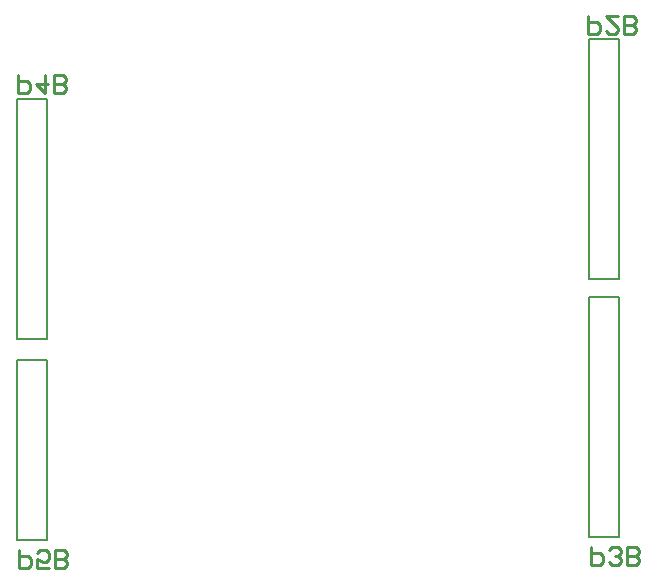
<source format=gbo>
%FSTAX43Y43*%
%MOMM*%
%SFA1B1*%

%IPPOS*%
%ADD14C,0.200000*%
%ADD15C,0.253999*%
%LNpcb3-1*%
%LPD*%
G54D14*
X0134541Y0043353D02*
X0137081D01*
Y0063673*
X0134541D02*
X0137081D01*
X0134541Y0043353D02*
Y0063673D01*
X0086131Y0043137D02*
X0088671D01*
X0086131Y0058377D02*
X0088671D01*
X0086131Y0043137D02*
Y0058377D01*
X0088671Y0043137D02*
Y0058377D01*
X0086131Y0060151D02*
X0088671D01*
Y0080471*
X0086131D02*
X0088671D01*
X0086131Y0060151D02*
Y0080471D01*
X0134541Y0065197D02*
X0137081D01*
Y0085517*
X0134541D02*
X0137081D01*
X0134541Y0065197D02*
Y0085517D01*
G54D15*
X0086296Y0042286D02*
Y0040763D01*
X0087058*
X0087312Y0041017*
Y0041524*
X0087058Y0041778*
X0086296*
X0088835Y0040763D02*
X008782D01*
Y0041524*
X0088327Y004127*
X0088581*
X0088835Y0041524*
Y0042032*
X0088581Y0042286*
X0088074*
X008782Y0042032*
X0089343Y0040763D02*
Y0042286D01*
X0090105*
X0090359Y0042032*
Y0041778*
X0090105Y0041524*
X0089343*
X0090105*
X0090359Y004127*
Y0041017*
X0090105Y0040763*
X0089343*
X0086249Y0082499D02*
Y0080975D01*
X0087011*
X0087265Y0081229*
Y0081737*
X0087011Y0081991*
X0086249*
X0088534Y0082499D02*
Y0080975D01*
X0087773Y0081737*
X0088788*
X0089296Y0080975D02*
Y0082499D01*
X0090058*
X0090312Y0082245*
Y0081991*
X0090058Y0081737*
X0089296*
X0090058*
X0090312Y0081483*
Y0081229*
X0090058Y0080975*
X0089296*
X0134706Y0042502D02*
Y0040979D01*
X0135468*
X0135722Y0041233*
Y004174*
X0135468Y0041994*
X0134706*
X013623Y0041233D02*
X0136484Y0040979D01*
X0136991*
X0137245Y0041233*
Y0041486*
X0136991Y004174*
X0136737*
X0136991*
X0137245Y0041994*
Y0042248*
X0136991Y0042502*
X0136484*
X013623Y0042248*
X0137753Y0040979D02*
Y0042502D01*
X0138515*
X0138769Y0042248*
Y0041994*
X0138515Y004174*
X0137753*
X0138515*
X0138769Y0041486*
Y0041233*
X0138515Y0040979*
X0137753*
X0134499Y0087499D02*
Y0085975D01*
X0135261*
X0135515Y0086229*
Y0086737*
X0135261Y0086991*
X0134499*
X0137038Y0087499D02*
X0136023D01*
X0137038Y0086483*
Y0086229*
X0136784Y0085975*
X0136276*
X0136023Y0086229*
X0137546Y0085975D02*
Y0087499D01*
X0138308*
X0138562Y0087245*
Y0086991*
X0138308Y0086737*
X0137546*
X0138308*
X0138562Y0086483*
Y0086229*
X0138308Y0085975*
X0137546*
M02*
</source>
